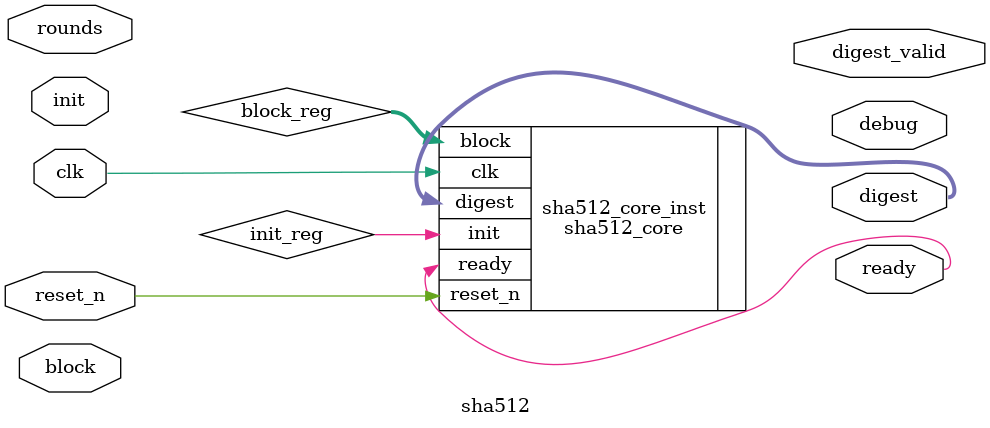
<source format=v>

module sha512(
  input wire            clk,
  input wire            reset_n,   // Resets W block, active low

  input wire            init,      // Initializes first round, active high. Pull high before a new series of PBKDF rounds. Mutually exclusive with 'next'.
  input wire [31:0]     rounds,

  input wire [1023 : 0] block,

  output wire           ready,
  output wire [511 : 0] digest,
  output wire           digest_valid,
  output wire			debug
);


//----------------------------------------------------------------
// Internal constant and parameter definitions.
//----------------------------------------------------------------
  localparam CTRL_IDLE   = 2'h0;
  localparam CTRL_ROUNDS = 2'h1;
  localparam CTRL_DONE   = 2'h2;


//----------------------------------------------------------------
// Registers including update variables and write enable.
//----------------------------------------------------------------
    reg init_reg;
    reg init_new;
    reg init_we;

    reg [1023:0] block_reg;
    reg [1023:0] block_new;
    reg block_we;

//----------------------------------------------------------------
// Module instantiantions.
//----------------------------------------------------------------
    sha512_core sha512_core_inst(
        .clk(clk),
        .reset_n(reset_n),
        .init(init_reg),
        .block(block_reg),
        .ready(ready),
        .digest(digest)
    );
  

endmodule
</source>
